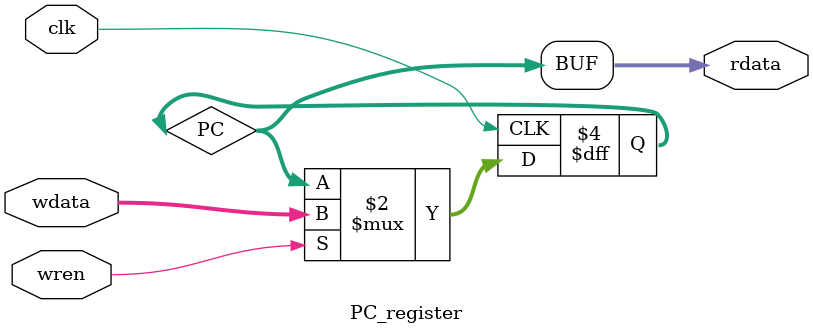
<source format=v>
module PC_register(
	input clk,
	input [31:0]wdata,
	input wren,
	output [31:0]rdata
	);
	reg [31:0]PC;
	
	assign rdata = PC;
	
	always @ (posedge clk)
	begin
		if (wren) PC <= wdata;
	end
	
endmodule

</source>
